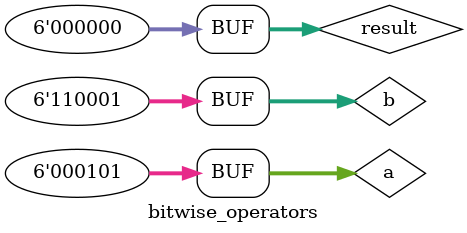
<source format=v>
module bitwise_operators();
    reg [5:0] a = 0;
    reg [5:0] b = 0;
    reg [5:0] result = 0;

    initial begin
        $monitor("a = %b, b = %b, result = %b",a,b,result);
    end
    initial begin
        a = 6'b00_0101;
        b = 6'b11_0001;
        #1; result = (a^b); //xor
        #1; result = (a&b); //and
        #1; result = (a|b); //or
        #1; result = (~b); //not b
        #1; result = (~a); //not a
        #1; result = ~(a|b); //nor
        #1; result = ~(a&b); //nand
        #1; result = (a^~b); //xnor
    end
endmodule
</source>
